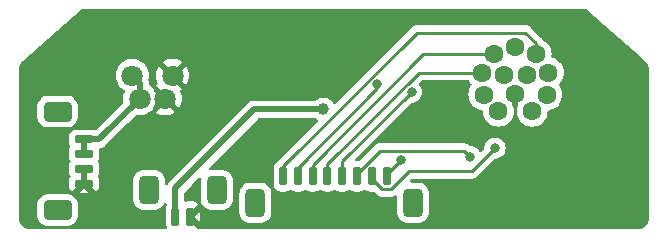
<source format=gbr>
%TF.GenerationSoftware,KiCad,Pcbnew,7.0.9*%
%TF.CreationDate,2024-04-07T02:27:09-04:00*%
%TF.ProjectId,rearbox_peripheral_io_bottom,72656172-626f-4785-9f70-657269706865,rev?*%
%TF.SameCoordinates,Original*%
%TF.FileFunction,Copper,L1,Top*%
%TF.FilePolarity,Positive*%
%FSLAX46Y46*%
G04 Gerber Fmt 4.6, Leading zero omitted, Abs format (unit mm)*
G04 Created by KiCad (PCBNEW 7.0.9) date 2024-04-07 02:27:09*
%MOMM*%
%LPD*%
G01*
G04 APERTURE LIST*
G04 Aperture macros list*
%AMRoundRect*
0 Rectangle with rounded corners*
0 $1 Rounding radius*
0 $2 $3 $4 $5 $6 $7 $8 $9 X,Y pos of 4 corners*
0 Add a 4 corners polygon primitive as box body*
4,1,4,$2,$3,$4,$5,$6,$7,$8,$9,$2,$3,0*
0 Add four circle primitives for the rounded corners*
1,1,$1+$1,$2,$3*
1,1,$1+$1,$4,$5*
1,1,$1+$1,$6,$7*
1,1,$1+$1,$8,$9*
0 Add four rect primitives between the rounded corners*
20,1,$1+$1,$2,$3,$4,$5,0*
20,1,$1+$1,$4,$5,$6,$7,0*
20,1,$1+$1,$6,$7,$8,$9,0*
20,1,$1+$1,$8,$9,$2,$3,0*%
G04 Aperture macros list end*
%TA.AperFunction,SMDPad,CuDef*%
%ADD10RoundRect,0.425000X-0.425000X-0.775000X0.425000X-0.775000X0.425000X0.775000X-0.425000X0.775000X0*%
%TD*%
%TA.AperFunction,SMDPad,CuDef*%
%ADD11RoundRect,0.150000X-0.150000X-0.650000X0.150000X-0.650000X0.150000X0.650000X-0.150000X0.650000X0*%
%TD*%
%TA.AperFunction,SMDPad,CuDef*%
%ADD12RoundRect,0.425000X0.775000X-0.425000X0.775000X0.425000X-0.775000X0.425000X-0.775000X-0.425000X0*%
%TD*%
%TA.AperFunction,SMDPad,CuDef*%
%ADD13RoundRect,0.150000X0.650000X-0.150000X0.650000X0.150000X-0.650000X0.150000X-0.650000X-0.150000X0*%
%TD*%
%TA.AperFunction,ComponentPad*%
%ADD14C,1.600000*%
%TD*%
%TA.AperFunction,SMDPad,CuDef*%
%ADD15RoundRect,0.425000X0.425000X0.775000X-0.425000X0.775000X-0.425000X-0.775000X0.425000X-0.775000X0*%
%TD*%
%TA.AperFunction,SMDPad,CuDef*%
%ADD16RoundRect,0.150000X0.150000X0.650000X-0.150000X0.650000X-0.150000X-0.650000X0.150000X-0.650000X0*%
%TD*%
%TA.AperFunction,ComponentPad*%
%ADD17C,1.800000*%
%TD*%
%TA.AperFunction,ViaPad*%
%ADD18C,0.800000*%
%TD*%
%TA.AperFunction,ViaPad*%
%ADD19C,1.000000*%
%TD*%
%TA.AperFunction,Conductor*%
%ADD20C,0.250000*%
%TD*%
%TA.AperFunction,Conductor*%
%ADD21C,0.500000*%
%TD*%
G04 APERTURE END LIST*
D10*
%TO.P,J2,*%
%TO.N,*%
X61424500Y-77694500D03*
X67174500Y-77694500D03*
D11*
%TO.P,J2,1,1*%
%TO.N,GND*%
X64924500Y-79944500D03*
%TO.P,J2,2,2*%
%TO.N,Net-(J1-Pad9)*%
X63674500Y-79944500D03*
%TD*%
D12*
%TO.P,J4,*%
%TO.N,*%
X53691500Y-79398500D03*
X53691500Y-71048500D03*
D13*
%TO.P,J4,1,Pin_1*%
%TO.N,Net-(J3-Pin_1)*%
X55941500Y-73398500D03*
%TO.P,J4,2,Pin_2*%
X55941500Y-74648500D03*
%TO.P,J4,3,Pin_3*%
%TO.N,GND*%
X55941500Y-75898500D03*
%TO.P,J4,4,Pin_4*%
X55941500Y-77148500D03*
%TD*%
D14*
%TO.P,J1,1,1*%
%TO.N,/Red*%
X91020130Y-71024150D03*
%TO.P,J1,2,2*%
%TO.N,Net-(Input1-Pad7)*%
X93876198Y-71024109D03*
%TO.P,J1,3,3*%
%TO.N,Net-(Input1-Pad6)*%
X95120143Y-69627500D03*
%TO.P,J1,4,4*%
%TO.N,Net-(Input1-Pad2)*%
X95252692Y-67761762D03*
%TO.P,J1,5,5*%
%TO.N,/Bl*%
X94218525Y-66203148D03*
%TO.P,J1,6,6*%
%TO.N,Net-(Input1-Pad5)*%
X92448158Y-65600214D03*
%TO.P,J1,7,7*%
%TO.N,Net-(Input1-Pad3)*%
X90677790Y-66203148D03*
%TO.P,J1,8,8*%
%TO.N,Net-(Input1-Pad4)*%
X89643624Y-67761762D03*
%TO.P,J1,9,9*%
%TO.N,Net-(J1-Pad9)*%
X89776172Y-69627500D03*
%TO.P,J1,10,10*%
%TO.N,GND*%
X92448158Y-69600116D03*
%TO.P,J1,11,11*%
%TO.N,unconnected-(J1-Pad11)*%
X93400785Y-67950119D03*
%TO.P,J1,12,12*%
%TO.N,unconnected-(J1-Pad12)*%
X91495530Y-67950119D03*
%TD*%
D15*
%TO.P,Input1,*%
%TO.N,*%
X83798500Y-78769500D03*
X70448500Y-78769500D03*
D16*
%TO.P,Input1,1,1*%
%TO.N,/Bl*%
X72798500Y-76519500D03*
%TO.P,Input1,2,2*%
%TO.N,Net-(Input1-Pad2)*%
X74048500Y-76519500D03*
%TO.P,Input1,3,3*%
%TO.N,Net-(Input1-Pad3)*%
X75298500Y-76519500D03*
%TO.P,Input1,4,4*%
%TO.N,Net-(Input1-Pad4)*%
X76548500Y-76519500D03*
%TO.P,Input1,5,5*%
%TO.N,Net-(Input1-Pad5)*%
X77798500Y-76519500D03*
%TO.P,Input1,6,6*%
%TO.N,Net-(Input1-Pad6)*%
X79048500Y-76519500D03*
%TO.P,Input1,7,7*%
%TO.N,Net-(Input1-Pad7)*%
X80298500Y-76519500D03*
%TO.P,Input1,8,8*%
%TO.N,/Red*%
X81548500Y-76519500D03*
%TD*%
D17*
%TO.P,J3,1,Pin_1*%
%TO.N,Net-(J3-Pin_1)*%
X60031395Y-67999322D03*
%TO.P,J3,2,Pin_2*%
X60656489Y-69949321D03*
%TO.P,J3,3,Pin_3*%
%TO.N,GND*%
X63431439Y-67999322D03*
%TO.P,J3,4,Pin_4*%
X62806416Y-69949321D03*
%TD*%
D18*
%TO.N,Net-(Input1-Pad2)*%
X80746247Y-68757447D03*
%TO.N,Net-(Input1-Pad5)*%
X83667600Y-69392800D03*
%TO.N,Net-(Input1-Pad6)*%
X88646000Y-74879200D03*
%TO.N,Net-(Input1-Pad7)*%
X90728800Y-74154700D03*
%TO.N,/Red*%
X82753200Y-75133200D03*
D19*
%TO.N,Net-(J1-Pad9)*%
X76200000Y-70866000D03*
%TD*%
D20*
%TO.N,/Bl*%
X72798500Y-75680595D02*
X84115495Y-64363600D01*
X94218525Y-65269202D02*
X94218525Y-66203148D01*
X84115495Y-64363600D02*
X93312923Y-64363600D01*
X72798500Y-76519500D02*
X72798500Y-75680595D01*
X93312923Y-64363600D02*
X94218525Y-65269202D01*
%TO.N,Net-(Input1-Pad2)*%
X80746247Y-69094453D02*
X74048500Y-75792200D01*
X74048500Y-75792200D02*
X74048500Y-76519500D01*
X80746247Y-68757447D02*
X80746247Y-69094453D01*
%TO.N,Net-(Input1-Pad3)*%
X75298500Y-75566799D02*
X84662151Y-66203148D01*
X84662151Y-66203148D02*
X90677790Y-66203148D01*
X75298500Y-76519500D02*
X75298500Y-75566799D01*
%TO.N,Net-(Input1-Pad4)*%
X84273333Y-67761762D02*
X89643624Y-67761762D01*
X76548500Y-76519500D02*
X76548500Y-75486595D01*
X76548500Y-75486595D02*
X84273333Y-67761762D01*
%TO.N,Net-(Input1-Pad5)*%
X77798500Y-75261900D02*
X77798500Y-76519500D01*
X83667600Y-69392800D02*
X77798500Y-75261900D01*
%TO.N,Net-(Input1-Pad6)*%
X88138000Y-74371200D02*
X88646000Y-74879200D01*
X79048500Y-76297749D02*
X80975049Y-74371200D01*
X80975049Y-74371200D02*
X88138000Y-74371200D01*
%TO.N,Net-(Input1-Pad7)*%
X90728800Y-74154700D02*
X88785100Y-76098400D01*
X88785100Y-76098400D02*
X83441351Y-76098400D01*
X81895251Y-77644500D02*
X81201749Y-77644500D01*
X83441351Y-76098400D02*
X81895251Y-77644500D01*
X81201749Y-77644500D02*
X80298500Y-76741251D01*
%TO.N,/Red*%
X81548500Y-76337900D02*
X82753200Y-75133200D01*
D21*
%TO.N,Net-(J1-Pad9)*%
X63674500Y-77549500D02*
X70358000Y-70866000D01*
X63674500Y-79944500D02*
X63674500Y-77549500D01*
X70358000Y-70866000D02*
X76200000Y-70866000D01*
%TO.N,GND*%
X55941500Y-77148500D02*
X55941500Y-75898500D01*
%TO.N,Net-(J3-Pin_1)*%
X57207310Y-73398500D02*
X60656489Y-69949321D01*
X60656489Y-68624416D02*
X60031395Y-67999322D01*
X60656489Y-69949321D02*
X60656489Y-68624416D01*
X55941500Y-74648500D02*
X55941500Y-73398500D01*
X55941500Y-73398500D02*
X57207310Y-73398500D01*
%TD*%
%TA.AperFunction,Conductor*%
%TO.N,GND*%
G36*
X98373163Y-62370461D02*
G01*
X98440185Y-62390199D01*
X98454868Y-62401274D01*
X99994560Y-63752934D01*
X103163671Y-66535023D01*
X103415216Y-66755848D01*
X103418963Y-66759426D01*
X103433460Y-66774473D01*
X103540668Y-66890578D01*
X103552161Y-66905057D01*
X103586336Y-66955403D01*
X103588455Y-66958750D01*
X103648182Y-67060110D01*
X103651227Y-67065971D01*
X103680522Y-67130532D01*
X103682924Y-67136674D01*
X103682949Y-67136748D01*
X103719875Y-67248384D01*
X103720998Y-67252183D01*
X103736387Y-67311080D01*
X103739712Y-67329252D01*
X103756425Y-67485674D01*
X103758275Y-67507341D01*
X103758500Y-67512617D01*
X103758500Y-80023289D01*
X103758264Y-80028697D01*
X103754523Y-80071445D01*
X103742082Y-80197760D01*
X103738454Y-80217699D01*
X103720601Y-80284330D01*
X103692318Y-80377563D01*
X103686040Y-80393971D01*
X103654614Y-80461367D01*
X103653101Y-80464393D01*
X103608236Y-80548327D01*
X103604341Y-80554667D01*
X103558015Y-80620828D01*
X103555154Y-80624600D01*
X103495895Y-80696808D01*
X103491806Y-80701320D01*
X103434320Y-80758806D01*
X103429808Y-80762895D01*
X103357600Y-80822154D01*
X103353828Y-80825015D01*
X103287667Y-80871341D01*
X103281327Y-80875236D01*
X103197393Y-80920101D01*
X103194367Y-80921614D01*
X103126971Y-80953040D01*
X103110563Y-80959318D01*
X103017330Y-80987601D01*
X102950699Y-81005454D01*
X102930760Y-81009082D01*
X102804445Y-81021523D01*
X102763789Y-81025080D01*
X102761696Y-81025264D01*
X102756290Y-81025500D01*
X65703309Y-81025500D01*
X65636270Y-81005815D01*
X65615628Y-80989181D01*
X64658628Y-80032181D01*
X64625143Y-79970858D01*
X64627028Y-79944500D01*
X65278053Y-79944500D01*
X65724499Y-80390947D01*
X65724500Y-80390946D01*
X65724500Y-79609280D01*
X69098000Y-79609280D01*
X69104358Y-79690074D01*
X69104358Y-79690077D01*
X69104359Y-79690078D01*
X69154712Y-79877996D01*
X69243035Y-80051340D01*
X69365468Y-80202532D01*
X69516660Y-80324965D01*
X69690004Y-80413288D01*
X69877922Y-80463641D01*
X69926402Y-80467456D01*
X69958720Y-80470000D01*
X69958722Y-80470000D01*
X70938280Y-80470000D01*
X70965211Y-80467880D01*
X71019078Y-80463641D01*
X71206996Y-80413288D01*
X71380340Y-80324965D01*
X71531532Y-80202532D01*
X71653965Y-80051340D01*
X71742288Y-79877996D01*
X71792641Y-79690078D01*
X71799000Y-79609278D01*
X71799000Y-77929722D01*
X71792641Y-77848922D01*
X71742288Y-77661004D01*
X71653965Y-77487660D01*
X71531532Y-77336468D01*
X71380340Y-77214035D01*
X71206996Y-77125712D01*
X71019078Y-77075359D01*
X71019077Y-77075358D01*
X71019074Y-77075358D01*
X70938280Y-77069000D01*
X70938278Y-77069000D01*
X69958722Y-77069000D01*
X69958720Y-77069000D01*
X69877925Y-77075358D01*
X69690004Y-77125712D01*
X69516661Y-77214034D01*
X69365468Y-77336468D01*
X69243034Y-77487661D01*
X69154712Y-77661004D01*
X69104358Y-77848925D01*
X69098000Y-77929720D01*
X69098000Y-79609280D01*
X65724500Y-79609280D01*
X65724500Y-79498053D01*
X65724499Y-79498052D01*
X65278053Y-79944499D01*
X65278053Y-79944500D01*
X64627028Y-79944500D01*
X64630127Y-79901166D01*
X64658628Y-79856819D01*
X64924500Y-79590947D01*
X65603449Y-78911996D01*
X65592181Y-78892942D01*
X65592176Y-78892936D01*
X65476061Y-78776821D01*
X65476052Y-78776814D01*
X65334696Y-78693217D01*
X65334693Y-78693216D01*
X65176995Y-78647400D01*
X65176989Y-78647399D01*
X65140144Y-78644500D01*
X64708856Y-78644500D01*
X64672010Y-78647399D01*
X64672004Y-78647400D01*
X64583595Y-78673086D01*
X64513725Y-78672887D01*
X64455055Y-78634945D01*
X64426212Y-78571306D01*
X64425000Y-78554010D01*
X64425000Y-77911729D01*
X64444685Y-77844690D01*
X64461319Y-77824048D01*
X65038268Y-77247099D01*
X65620542Y-76664824D01*
X65681863Y-76631341D01*
X65751555Y-76636325D01*
X65807488Y-76678197D01*
X65831905Y-76743661D01*
X65830690Y-76768245D01*
X65830805Y-76768255D01*
X65830496Y-76772174D01*
X65830431Y-76773501D01*
X65830359Y-76773918D01*
X65824000Y-76854720D01*
X65824000Y-78534280D01*
X65830358Y-78615074D01*
X65830358Y-78615077D01*
X65830359Y-78615078D01*
X65880712Y-78802996D01*
X65969035Y-78976340D01*
X66091468Y-79127532D01*
X66242660Y-79249965D01*
X66416004Y-79338288D01*
X66603922Y-79388641D01*
X66652402Y-79392456D01*
X66684720Y-79395000D01*
X66684722Y-79395000D01*
X67664280Y-79395000D01*
X67691211Y-79392880D01*
X67745078Y-79388641D01*
X67932996Y-79338288D01*
X68106340Y-79249965D01*
X68257532Y-79127532D01*
X68379965Y-78976340D01*
X68468288Y-78802996D01*
X68518641Y-78615078D01*
X68525000Y-78534278D01*
X68525000Y-76854722D01*
X68518641Y-76773922D01*
X68468288Y-76586004D01*
X68379965Y-76412660D01*
X68257532Y-76261468D01*
X68106340Y-76139035D01*
X67932996Y-76050712D01*
X67745078Y-76000359D01*
X67745077Y-76000358D01*
X67745074Y-76000358D01*
X67664280Y-75994000D01*
X67664278Y-75994000D01*
X66684722Y-75994000D01*
X66684720Y-75994000D01*
X66603918Y-76000359D01*
X66603501Y-76000431D01*
X66603301Y-76000407D01*
X66598255Y-76000805D01*
X66598176Y-75999813D01*
X66534097Y-75992381D01*
X66480062Y-75948086D01*
X66458553Y-75881609D01*
X66476399Y-75814057D01*
X66494822Y-75790544D01*
X70632548Y-71652819D01*
X70693871Y-71619334D01*
X70720229Y-71616500D01*
X75493022Y-71616500D01*
X75560061Y-71636185D01*
X75571687Y-71644647D01*
X75641462Y-71701910D01*
X75657664Y-71710570D01*
X75707508Y-71759531D01*
X75722970Y-71827668D01*
X75699140Y-71893348D01*
X75686893Y-71907610D01*
X72414708Y-75179794D01*
X72402451Y-75189615D01*
X72402634Y-75189836D01*
X72396623Y-75194808D01*
X72349272Y-75245231D01*
X72328389Y-75266114D01*
X72328377Y-75266127D01*
X72324121Y-75271612D01*
X72320337Y-75276042D01*
X72288437Y-75310013D01*
X72283852Y-75316325D01*
X72281729Y-75314783D01*
X72251935Y-75345520D01*
X72252801Y-75346637D01*
X72246634Y-75351420D01*
X72130420Y-75467633D01*
X72130417Y-75467637D01*
X72046755Y-75609103D01*
X72046754Y-75609106D01*
X72000902Y-75766926D01*
X72000901Y-75766932D01*
X71998000Y-75803804D01*
X71998000Y-77235196D01*
X72000901Y-77272067D01*
X72000902Y-77272073D01*
X72046754Y-77429893D01*
X72046755Y-77429896D01*
X72130417Y-77571362D01*
X72130423Y-77571370D01*
X72246629Y-77687576D01*
X72246633Y-77687579D01*
X72246635Y-77687581D01*
X72388102Y-77771244D01*
X72429724Y-77783336D01*
X72545926Y-77817097D01*
X72545929Y-77817097D01*
X72545931Y-77817098D01*
X72558222Y-77818065D01*
X72582804Y-77820000D01*
X72582806Y-77820000D01*
X73014196Y-77820000D01*
X73032631Y-77818549D01*
X73051069Y-77817098D01*
X73051071Y-77817097D01*
X73051073Y-77817097D01*
X73092691Y-77805005D01*
X73208898Y-77771244D01*
X73333548Y-77697526D01*
X73357080Y-77683610D01*
X73358247Y-77685583D01*
X73412535Y-77664269D01*
X73481053Y-77677948D01*
X73489904Y-77683636D01*
X73489920Y-77683610D01*
X73530534Y-77707628D01*
X73638102Y-77771244D01*
X73679724Y-77783336D01*
X73795926Y-77817097D01*
X73795929Y-77817097D01*
X73795931Y-77817098D01*
X73808222Y-77818065D01*
X73832804Y-77820000D01*
X73832806Y-77820000D01*
X74264196Y-77820000D01*
X74282631Y-77818549D01*
X74301069Y-77817098D01*
X74301071Y-77817097D01*
X74301073Y-77817097D01*
X74342691Y-77805005D01*
X74458898Y-77771244D01*
X74583548Y-77697526D01*
X74607080Y-77683610D01*
X74608247Y-77685583D01*
X74662535Y-77664269D01*
X74731053Y-77677948D01*
X74739904Y-77683636D01*
X74739920Y-77683610D01*
X74780534Y-77707628D01*
X74888102Y-77771244D01*
X74929724Y-77783336D01*
X75045926Y-77817097D01*
X75045929Y-77817097D01*
X75045931Y-77817098D01*
X75058222Y-77818065D01*
X75082804Y-77820000D01*
X75082806Y-77820000D01*
X75514196Y-77820000D01*
X75532631Y-77818549D01*
X75551069Y-77817098D01*
X75551071Y-77817097D01*
X75551073Y-77817097D01*
X75592691Y-77805005D01*
X75708898Y-77771244D01*
X75833548Y-77697526D01*
X75857080Y-77683610D01*
X75858247Y-77685583D01*
X75912535Y-77664269D01*
X75981053Y-77677948D01*
X75989904Y-77683636D01*
X75989920Y-77683610D01*
X76030534Y-77707628D01*
X76138102Y-77771244D01*
X76179724Y-77783336D01*
X76295926Y-77817097D01*
X76295929Y-77817097D01*
X76295931Y-77817098D01*
X76308222Y-77818065D01*
X76332804Y-77820000D01*
X76332806Y-77820000D01*
X76764196Y-77820000D01*
X76782631Y-77818549D01*
X76801069Y-77817098D01*
X76801071Y-77817097D01*
X76801073Y-77817097D01*
X76842691Y-77805005D01*
X76958898Y-77771244D01*
X77083548Y-77697526D01*
X77107080Y-77683610D01*
X77108247Y-77685583D01*
X77162535Y-77664269D01*
X77231053Y-77677948D01*
X77239904Y-77683636D01*
X77239920Y-77683610D01*
X77280534Y-77707628D01*
X77388102Y-77771244D01*
X77429724Y-77783336D01*
X77545926Y-77817097D01*
X77545929Y-77817097D01*
X77545931Y-77817098D01*
X77558222Y-77818065D01*
X77582804Y-77820000D01*
X77582806Y-77820000D01*
X78014196Y-77820000D01*
X78032631Y-77818549D01*
X78051069Y-77817098D01*
X78051071Y-77817097D01*
X78051073Y-77817097D01*
X78092691Y-77805005D01*
X78208898Y-77771244D01*
X78333548Y-77697526D01*
X78357080Y-77683610D01*
X78358247Y-77685583D01*
X78412535Y-77664269D01*
X78481053Y-77677948D01*
X78489904Y-77683636D01*
X78489920Y-77683610D01*
X78530534Y-77707628D01*
X78638102Y-77771244D01*
X78679724Y-77783336D01*
X78795926Y-77817097D01*
X78795929Y-77817097D01*
X78795931Y-77817098D01*
X78808222Y-77818065D01*
X78832804Y-77820000D01*
X78832806Y-77820000D01*
X79264196Y-77820000D01*
X79282631Y-77818549D01*
X79301069Y-77817098D01*
X79301071Y-77817097D01*
X79301073Y-77817097D01*
X79342691Y-77805005D01*
X79458898Y-77771244D01*
X79583548Y-77697526D01*
X79607080Y-77683610D01*
X79608247Y-77685583D01*
X79662535Y-77664269D01*
X79731053Y-77677948D01*
X79739904Y-77683636D01*
X79739920Y-77683610D01*
X79780534Y-77707628D01*
X79888102Y-77771244D01*
X79929724Y-77783336D01*
X80045926Y-77817097D01*
X80045929Y-77817097D01*
X80045931Y-77817098D01*
X80058222Y-77818065D01*
X80082804Y-77820000D01*
X80082806Y-77820000D01*
X80441296Y-77820000D01*
X80508335Y-77839685D01*
X80528977Y-77856319D01*
X80700946Y-78028288D01*
X80710771Y-78040551D01*
X80710992Y-78040369D01*
X80715963Y-78046378D01*
X80736792Y-78065937D01*
X80766384Y-78093726D01*
X80787278Y-78114620D01*
X80792760Y-78118873D01*
X80797192Y-78122657D01*
X80831167Y-78154562D01*
X80848725Y-78164214D01*
X80864982Y-78174893D01*
X80880813Y-78187173D01*
X80900486Y-78195686D01*
X80923582Y-78205682D01*
X80928826Y-78208250D01*
X80969657Y-78230697D01*
X80982272Y-78233935D01*
X80989054Y-78235677D01*
X81007468Y-78241981D01*
X81025853Y-78249938D01*
X81071906Y-78257232D01*
X81077575Y-78258406D01*
X81122730Y-78270000D01*
X81142765Y-78270000D01*
X81162162Y-78271526D01*
X81181945Y-78274660D01*
X81228333Y-78270275D01*
X81234171Y-78270000D01*
X81812508Y-78270000D01*
X81828128Y-78271724D01*
X81828155Y-78271439D01*
X81835911Y-78272171D01*
X81835918Y-78272173D01*
X81905065Y-78270000D01*
X81934601Y-78270000D01*
X81941479Y-78269130D01*
X81947292Y-78268672D01*
X81993878Y-78267209D01*
X82013120Y-78261617D01*
X82032163Y-78257674D01*
X82052043Y-78255164D01*
X82095373Y-78238007D01*
X82100897Y-78236117D01*
X82104647Y-78235027D01*
X82145641Y-78223118D01*
X82162880Y-78212922D01*
X82180354Y-78204362D01*
X82198978Y-78196988D01*
X82198978Y-78196987D01*
X82198983Y-78196986D01*
X82236700Y-78169582D01*
X82241551Y-78166396D01*
X82260884Y-78154962D01*
X82328609Y-78137784D01*
X82394870Y-78159946D01*
X82438631Y-78214414D01*
X82448000Y-78261698D01*
X82448000Y-79609280D01*
X82454358Y-79690074D01*
X82454358Y-79690077D01*
X82454359Y-79690078D01*
X82504712Y-79877996D01*
X82593035Y-80051340D01*
X82715468Y-80202532D01*
X82866660Y-80324965D01*
X83040004Y-80413288D01*
X83227922Y-80463641D01*
X83276402Y-80467456D01*
X83308720Y-80470000D01*
X83308722Y-80470000D01*
X84288280Y-80470000D01*
X84315211Y-80467880D01*
X84369078Y-80463641D01*
X84556996Y-80413288D01*
X84730340Y-80324965D01*
X84881532Y-80202532D01*
X85003965Y-80051340D01*
X85092288Y-79877996D01*
X85142641Y-79690078D01*
X85149000Y-79609278D01*
X85149000Y-77929722D01*
X85142641Y-77848922D01*
X85092288Y-77661004D01*
X85003965Y-77487660D01*
X84881532Y-77336468D01*
X84730340Y-77214035D01*
X84556996Y-77125712D01*
X84369078Y-77075359D01*
X84369077Y-77075358D01*
X84369074Y-77075358D01*
X84288280Y-77069000D01*
X84288278Y-77069000D01*
X83654703Y-77069000D01*
X83587664Y-77049315D01*
X83541909Y-76996511D01*
X83531965Y-76927353D01*
X83560990Y-76863797D01*
X83567022Y-76857319D01*
X83664122Y-76760219D01*
X83725445Y-76726734D01*
X83751803Y-76723900D01*
X88702357Y-76723900D01*
X88717977Y-76725624D01*
X88718004Y-76725339D01*
X88725760Y-76726071D01*
X88725767Y-76726073D01*
X88794914Y-76723900D01*
X88824450Y-76723900D01*
X88831328Y-76723030D01*
X88837141Y-76722572D01*
X88883727Y-76721109D01*
X88902969Y-76715517D01*
X88922012Y-76711574D01*
X88941892Y-76709064D01*
X88985222Y-76691907D01*
X88990746Y-76690017D01*
X88994496Y-76688927D01*
X89035490Y-76677018D01*
X89052729Y-76666822D01*
X89070203Y-76658262D01*
X89088827Y-76650888D01*
X89088827Y-76650887D01*
X89088832Y-76650886D01*
X89126549Y-76623482D01*
X89131405Y-76620292D01*
X89171520Y-76596570D01*
X89185689Y-76582399D01*
X89200479Y-76569768D01*
X89216687Y-76557994D01*
X89246399Y-76522076D01*
X89250312Y-76517776D01*
X90676572Y-75091519D01*
X90737895Y-75058034D01*
X90764253Y-75055200D01*
X90823444Y-75055200D01*
X90823446Y-75055200D01*
X91008603Y-75015844D01*
X91181530Y-74938851D01*
X91334671Y-74827588D01*
X91461333Y-74686916D01*
X91555979Y-74522984D01*
X91614474Y-74342956D01*
X91634260Y-74154700D01*
X91614474Y-73966444D01*
X91555979Y-73786416D01*
X91461333Y-73622484D01*
X91334671Y-73481812D01*
X91334670Y-73481811D01*
X91181534Y-73370551D01*
X91181529Y-73370548D01*
X91008607Y-73293557D01*
X91008602Y-73293555D01*
X90862801Y-73262565D01*
X90823446Y-73254200D01*
X90634154Y-73254200D01*
X90601697Y-73261098D01*
X90448997Y-73293555D01*
X90448992Y-73293557D01*
X90276070Y-73370548D01*
X90276065Y-73370551D01*
X90122929Y-73481811D01*
X89996266Y-73622485D01*
X89901621Y-73786415D01*
X89901618Y-73786422D01*
X89845790Y-73958245D01*
X89843126Y-73966444D01*
X89829609Y-74095051D01*
X89825479Y-74134350D01*
X89798894Y-74198964D01*
X89789839Y-74209069D01*
X89592869Y-74406039D01*
X89531546Y-74439524D01*
X89461854Y-74434540D01*
X89405921Y-74392668D01*
X89397800Y-74380356D01*
X89378534Y-74346985D01*
X89315202Y-74276648D01*
X89251871Y-74206312D01*
X89251870Y-74206311D01*
X89098734Y-74095051D01*
X89098729Y-74095048D01*
X88925807Y-74018057D01*
X88925802Y-74018055D01*
X88778420Y-73986729D01*
X88740646Y-73978700D01*
X88740645Y-73978700D01*
X88682867Y-73978700D01*
X88615828Y-73959015D01*
X88597984Y-73945093D01*
X88597798Y-73944918D01*
X88573364Y-73921973D01*
X88562919Y-73911528D01*
X88552475Y-73901083D01*
X88546986Y-73896825D01*
X88542561Y-73893047D01*
X88508582Y-73861138D01*
X88508580Y-73861136D01*
X88508577Y-73861135D01*
X88491029Y-73851488D01*
X88474763Y-73840804D01*
X88458933Y-73828525D01*
X88416168Y-73810018D01*
X88410922Y-73807448D01*
X88370093Y-73785003D01*
X88370092Y-73785002D01*
X88350693Y-73780022D01*
X88332281Y-73773718D01*
X88313898Y-73765762D01*
X88313892Y-73765760D01*
X88267874Y-73758472D01*
X88262152Y-73757287D01*
X88217021Y-73745700D01*
X88217019Y-73745700D01*
X88196984Y-73745700D01*
X88177586Y-73744173D01*
X88170162Y-73742997D01*
X88157805Y-73741040D01*
X88157804Y-73741040D01*
X88111416Y-73745425D01*
X88105578Y-73745700D01*
X81057792Y-73745700D01*
X81042171Y-73743975D01*
X81042144Y-73744261D01*
X81034382Y-73743526D01*
X80965221Y-73745700D01*
X80935698Y-73745700D01*
X80928827Y-73746567D01*
X80923008Y-73747025D01*
X80876423Y-73748489D01*
X80876417Y-73748490D01*
X80857175Y-73754080D01*
X80838136Y-73758023D01*
X80818266Y-73760534D01*
X80818252Y-73760537D01*
X80774932Y-73777688D01*
X80769407Y-73779580D01*
X80724662Y-73792580D01*
X80724659Y-73792581D01*
X80707415Y-73802779D01*
X80689954Y-73811333D01*
X80671323Y-73818710D01*
X80671311Y-73818717D01*
X80633619Y-73846102D01*
X80628736Y-73849309D01*
X80588629Y-73873029D01*
X80574463Y-73887195D01*
X80559673Y-73899827D01*
X80543463Y-73911604D01*
X80543460Y-73911607D01*
X80513759Y-73947509D01*
X80509826Y-73951831D01*
X79278977Y-75182681D01*
X79217654Y-75216166D01*
X79191296Y-75219000D01*
X79025351Y-75219000D01*
X78958312Y-75199315D01*
X78912557Y-75146511D01*
X78902613Y-75077353D01*
X78931638Y-75013797D01*
X78937670Y-75007319D01*
X79953777Y-73991213D01*
X83615372Y-70329619D01*
X83676695Y-70296134D01*
X83703053Y-70293300D01*
X83762244Y-70293300D01*
X83762246Y-70293300D01*
X83947403Y-70253944D01*
X84120330Y-70176951D01*
X84273471Y-70065688D01*
X84400133Y-69925016D01*
X84494779Y-69761084D01*
X84553274Y-69581056D01*
X84573060Y-69392800D01*
X84553274Y-69204544D01*
X84494779Y-69024516D01*
X84400133Y-68860584D01*
X84317289Y-68768577D01*
X84287060Y-68705587D01*
X84295685Y-68636252D01*
X84321759Y-68597925D01*
X84396264Y-68523421D01*
X84496104Y-68423581D01*
X84557427Y-68390096D01*
X84583785Y-68387262D01*
X88429436Y-68387262D01*
X88496475Y-68406947D01*
X88531011Y-68440139D01*
X88643575Y-68600899D01*
X88643576Y-68600900D01*
X88643577Y-68600901D01*
X88725167Y-68682491D01*
X88758651Y-68743812D01*
X88753667Y-68813504D01*
X88739061Y-68841293D01*
X88645603Y-68974767D01*
X88549433Y-69181002D01*
X88549430Y-69181011D01*
X88490538Y-69400802D01*
X88490536Y-69400813D01*
X88470704Y-69627498D01*
X88470704Y-69627501D01*
X88490536Y-69854186D01*
X88490538Y-69854197D01*
X88549430Y-70073988D01*
X88549433Y-70073997D01*
X88645603Y-70280232D01*
X88645604Y-70280234D01*
X88776126Y-70466641D01*
X88937030Y-70627545D01*
X88937033Y-70627547D01*
X89123438Y-70758068D01*
X89329676Y-70854239D01*
X89549480Y-70913135D01*
X89602495Y-70917773D01*
X89667564Y-70943225D01*
X89708543Y-70999816D01*
X89715216Y-71030493D01*
X89734494Y-71250837D01*
X89734496Y-71250847D01*
X89793388Y-71470638D01*
X89793391Y-71470647D01*
X89889561Y-71676882D01*
X89889562Y-71676884D01*
X90020084Y-71863291D01*
X90180988Y-72024195D01*
X90180991Y-72024197D01*
X90367396Y-72154718D01*
X90573634Y-72250889D01*
X90573639Y-72250890D01*
X90573641Y-72250891D01*
X90626545Y-72265066D01*
X90793438Y-72309785D01*
X90955360Y-72323951D01*
X91020128Y-72329618D01*
X91020130Y-72329618D01*
X91020132Y-72329618D01*
X91076803Y-72324659D01*
X91246822Y-72309785D01*
X91466626Y-72250889D01*
X91672864Y-72154718D01*
X91859269Y-72024197D01*
X92020177Y-71863289D01*
X92150698Y-71676884D01*
X92246869Y-71470646D01*
X92305765Y-71250842D01*
X92324637Y-71035123D01*
X92327348Y-71028194D01*
X92326593Y-71026757D01*
X92324634Y-71013132D01*
X92310733Y-70854241D01*
X92305765Y-70797458D01*
X92246869Y-70577654D01*
X92238040Y-70558720D01*
X92209776Y-70498106D01*
X92198158Y-70445702D01*
X92198158Y-70216520D01*
X92287844Y-70250534D01*
X92407935Y-70265116D01*
X92488381Y-70265116D01*
X92608472Y-70250534D01*
X92698158Y-70216520D01*
X92698158Y-70445687D01*
X92686540Y-70498091D01*
X92649461Y-70577606D01*
X92649456Y-70577620D01*
X92590564Y-70797411D01*
X92590562Y-70797421D01*
X92571690Y-71013133D01*
X92568978Y-71020063D01*
X92569734Y-71021500D01*
X92571693Y-71035125D01*
X92590562Y-71250796D01*
X92590564Y-71250806D01*
X92649456Y-71470597D01*
X92649459Y-71470606D01*
X92745629Y-71676841D01*
X92745630Y-71676843D01*
X92876152Y-71863250D01*
X93037056Y-72024154D01*
X93083891Y-72056948D01*
X93223464Y-72154677D01*
X93429702Y-72250848D01*
X93649506Y-72309744D01*
X93811428Y-72323910D01*
X93876196Y-72329577D01*
X93876198Y-72329577D01*
X93876200Y-72329577D01*
X93932871Y-72324618D01*
X94102890Y-72309744D01*
X94322694Y-72250848D01*
X94528932Y-72154677D01*
X94715337Y-72024156D01*
X94876245Y-71863248D01*
X95006766Y-71676843D01*
X95102937Y-71470605D01*
X95161833Y-71250801D01*
X95181107Y-71030491D01*
X95206559Y-70965424D01*
X95263150Y-70924445D01*
X95293825Y-70917772D01*
X95346835Y-70913135D01*
X95566639Y-70854239D01*
X95772877Y-70758068D01*
X95959282Y-70627547D01*
X96120190Y-70466639D01*
X96250711Y-70280234D01*
X96346882Y-70073996D01*
X96405778Y-69854192D01*
X96425611Y-69627500D01*
X96405778Y-69400808D01*
X96354733Y-69210305D01*
X96346884Y-69181011D01*
X96346881Y-69181002D01*
X96344449Y-69175786D01*
X96250711Y-68974766D01*
X96157253Y-68841293D01*
X96134927Y-68775089D01*
X96151937Y-68707322D01*
X96171142Y-68682496D01*
X96252739Y-68600901D01*
X96383260Y-68414496D01*
X96479431Y-68208258D01*
X96538327Y-67988454D01*
X96558160Y-67761762D01*
X96538327Y-67535070D01*
X96479431Y-67315266D01*
X96383260Y-67109028D01*
X96282694Y-66965403D01*
X96252737Y-66922620D01*
X96091833Y-66761716D01*
X95905426Y-66631194D01*
X95905424Y-66631193D01*
X95699189Y-66535023D01*
X95699182Y-66535021D01*
X95600138Y-66508482D01*
X95540478Y-66472116D01*
X95509949Y-66409269D01*
X95508704Y-66377899D01*
X95523993Y-66203148D01*
X95523993Y-66203146D01*
X95504160Y-65976461D01*
X95504160Y-65976456D01*
X95445264Y-65756652D01*
X95349093Y-65550414D01*
X95218572Y-65364009D01*
X95218570Y-65364006D01*
X95057666Y-65203102D01*
X94954331Y-65130747D01*
X94871259Y-65072580D01*
X94871257Y-65072579D01*
X94847611Y-65061552D01*
X94795173Y-65015378D01*
X94793290Y-65012297D01*
X94791213Y-65008785D01*
X94786945Y-65001568D01*
X94778388Y-64984103D01*
X94771011Y-64965470D01*
X94743604Y-64927747D01*
X94740413Y-64922888D01*
X94716697Y-64882785D01*
X94716690Y-64882776D01*
X94702531Y-64868617D01*
X94689893Y-64853821D01*
X94678119Y-64837615D01*
X94642213Y-64807911D01*
X94637901Y-64803988D01*
X93813726Y-63979812D01*
X93803903Y-63967550D01*
X93803682Y-63967734D01*
X93798709Y-63961723D01*
X93780082Y-63944231D01*
X93748287Y-63914373D01*
X93737842Y-63903928D01*
X93727398Y-63893483D01*
X93721909Y-63889225D01*
X93717484Y-63885447D01*
X93683505Y-63853538D01*
X93683503Y-63853536D01*
X93683500Y-63853535D01*
X93665952Y-63843888D01*
X93649686Y-63833204D01*
X93633856Y-63820925D01*
X93591091Y-63802418D01*
X93585845Y-63799848D01*
X93545016Y-63777403D01*
X93545015Y-63777402D01*
X93525616Y-63772422D01*
X93507204Y-63766118D01*
X93488821Y-63758162D01*
X93488815Y-63758160D01*
X93442797Y-63750872D01*
X93437075Y-63749687D01*
X93391944Y-63738100D01*
X93391942Y-63738100D01*
X93371907Y-63738100D01*
X93352509Y-63736573D01*
X93345085Y-63735397D01*
X93332728Y-63733440D01*
X93332727Y-63733440D01*
X93286339Y-63737825D01*
X93280501Y-63738100D01*
X84198238Y-63738100D01*
X84182617Y-63736375D01*
X84182591Y-63736661D01*
X84174829Y-63735927D01*
X84174828Y-63735927D01*
X84105681Y-63738100D01*
X84076144Y-63738100D01*
X84069261Y-63738969D01*
X84063444Y-63739426D01*
X84016868Y-63740890D01*
X83997624Y-63746481D01*
X83978574Y-63750425D01*
X83958706Y-63752934D01*
X83915379Y-63770088D01*
X83909853Y-63771979D01*
X83865109Y-63784979D01*
X83865105Y-63784981D01*
X83847861Y-63795179D01*
X83830400Y-63803733D01*
X83811769Y-63811110D01*
X83811757Y-63811117D01*
X83774065Y-63838502D01*
X83769182Y-63841709D01*
X83729075Y-63865429D01*
X83714909Y-63879595D01*
X83700119Y-63892227D01*
X83683909Y-63904004D01*
X83683906Y-63904007D01*
X83654205Y-63939909D01*
X83650272Y-63944231D01*
X77241610Y-70352893D01*
X77180287Y-70386378D01*
X77110595Y-70381394D01*
X77054662Y-70339522D01*
X77044572Y-70323669D01*
X77035910Y-70307462D01*
X76942194Y-70193269D01*
X76910883Y-70155116D01*
X76758539Y-70030090D01*
X76758532Y-70030086D01*
X76584733Y-69937188D01*
X76584727Y-69937186D01*
X76396132Y-69879976D01*
X76396129Y-69879975D01*
X76200000Y-69860659D01*
X76003870Y-69879975D01*
X75815266Y-69937188D01*
X75641467Y-70030086D01*
X75641460Y-70030090D01*
X75571687Y-70087353D01*
X75507377Y-70114666D01*
X75493022Y-70115500D01*
X70421705Y-70115500D01*
X70403735Y-70114191D01*
X70379972Y-70110710D01*
X70334890Y-70114655D01*
X70327933Y-70115264D01*
X70322532Y-70115500D01*
X70314288Y-70115500D01*
X70281707Y-70119308D01*
X70205199Y-70126001D01*
X70198133Y-70127461D01*
X70198121Y-70127404D01*
X70190754Y-70129038D01*
X70190768Y-70129094D01*
X70183751Y-70130756D01*
X70111573Y-70157026D01*
X70038662Y-70181187D01*
X70032119Y-70184238D01*
X70032094Y-70184186D01*
X70025310Y-70187470D01*
X70025336Y-70187521D01*
X70018885Y-70190761D01*
X69954723Y-70232961D01*
X69889346Y-70273285D01*
X69883682Y-70277765D01*
X69883646Y-70277719D01*
X69877798Y-70282484D01*
X69877835Y-70282528D01*
X69872310Y-70287164D01*
X69872304Y-70287169D01*
X69872304Y-70287170D01*
X69866521Y-70293300D01*
X69819614Y-70343017D01*
X63188858Y-76973772D01*
X63175229Y-76985551D01*
X63155968Y-76999890D01*
X63122398Y-77039897D01*
X63118753Y-77043876D01*
X63112909Y-77049722D01*
X63092559Y-77075459D01*
X63043195Y-77134289D01*
X63039229Y-77140319D01*
X63039182Y-77140288D01*
X63035130Y-77146647D01*
X63035179Y-77146677D01*
X63031389Y-77152822D01*
X63011381Y-77195727D01*
X62965207Y-77248166D01*
X62898013Y-77267316D01*
X62831133Y-77247099D01*
X62785799Y-77193932D01*
X62775000Y-77143320D01*
X62775000Y-76854720D01*
X62768641Y-76773925D01*
X62768641Y-76773922D01*
X62718288Y-76586004D01*
X62629965Y-76412660D01*
X62507532Y-76261468D01*
X62356340Y-76139035D01*
X62182996Y-76050712D01*
X61995078Y-76000359D01*
X61995077Y-76000358D01*
X61995074Y-76000358D01*
X61914280Y-75994000D01*
X61914278Y-75994000D01*
X60934722Y-75994000D01*
X60934720Y-75994000D01*
X60853925Y-76000358D01*
X60666004Y-76050712D01*
X60492661Y-76139034D01*
X60341468Y-76261468D01*
X60219034Y-76412661D01*
X60130712Y-76586004D01*
X60080358Y-76773925D01*
X60074000Y-76854720D01*
X60074000Y-78534280D01*
X60080358Y-78615074D01*
X60080358Y-78615077D01*
X60080359Y-78615078D01*
X60130712Y-78802996D01*
X60219035Y-78976340D01*
X60341468Y-79127532D01*
X60492660Y-79249965D01*
X60666004Y-79338288D01*
X60853922Y-79388641D01*
X60902402Y-79392456D01*
X60934720Y-79395000D01*
X60934722Y-79395000D01*
X61914280Y-79395000D01*
X61941211Y-79392880D01*
X61995078Y-79388641D01*
X62182996Y-79338288D01*
X62356340Y-79249965D01*
X62507532Y-79127532D01*
X62629965Y-78976340D01*
X62689515Y-78859465D01*
X62737489Y-78808670D01*
X62805310Y-78791875D01*
X62871445Y-78814412D01*
X62914897Y-78869127D01*
X62924000Y-78915761D01*
X62924000Y-79012170D01*
X62919076Y-79046765D01*
X62876902Y-79191926D01*
X62876901Y-79191932D01*
X62874000Y-79228804D01*
X62874000Y-80660196D01*
X62876901Y-80697067D01*
X62876902Y-80697073D01*
X62924932Y-80862390D01*
X62922933Y-80862970D01*
X62930171Y-80921593D01*
X62899884Y-80984557D01*
X62840364Y-81021151D01*
X62807810Y-81025500D01*
X51421710Y-81025500D01*
X51416303Y-81025264D01*
X51414015Y-81025063D01*
X51373554Y-81021523D01*
X51247238Y-81009082D01*
X51227299Y-81005454D01*
X51160669Y-80987601D01*
X51067435Y-80959319D01*
X51051027Y-80953040D01*
X51002433Y-80930381D01*
X50983618Y-80921607D01*
X50980605Y-80920101D01*
X50896671Y-80875236D01*
X50890331Y-80871341D01*
X50824170Y-80825015D01*
X50820398Y-80822154D01*
X50748190Y-80762895D01*
X50743688Y-80758815D01*
X50686182Y-80701309D01*
X50682103Y-80696808D01*
X50622844Y-80624600D01*
X50619983Y-80620828D01*
X50573657Y-80554667D01*
X50569762Y-80548327D01*
X50534058Y-80481531D01*
X50524888Y-80464375D01*
X50523406Y-80461411D01*
X50491958Y-80393971D01*
X50485682Y-80377570D01*
X50457398Y-80284330D01*
X50439541Y-80217685D01*
X50435918Y-80197771D01*
X50423482Y-80071519D01*
X50419735Y-80028695D01*
X50419500Y-80023293D01*
X50419500Y-79888280D01*
X51991000Y-79888280D01*
X51997358Y-79969074D01*
X51997358Y-79969077D01*
X51997359Y-79969078D01*
X52047712Y-80156996D01*
X52136035Y-80330340D01*
X52258468Y-80481532D01*
X52409660Y-80603965D01*
X52583004Y-80692288D01*
X52770922Y-80742641D01*
X52819402Y-80746456D01*
X52851720Y-80749000D01*
X52851722Y-80749000D01*
X54531280Y-80749000D01*
X54558211Y-80746880D01*
X54612078Y-80742641D01*
X54799996Y-80692288D01*
X54973340Y-80603965D01*
X55124532Y-80481532D01*
X55246965Y-80330340D01*
X55335288Y-80156996D01*
X55385641Y-79969078D01*
X55392000Y-79888278D01*
X55392000Y-78908722D01*
X55385641Y-78827922D01*
X55335288Y-78640004D01*
X55246965Y-78466660D01*
X55124532Y-78315468D01*
X54973340Y-78193035D01*
X54799996Y-78104712D01*
X54612078Y-78054359D01*
X54612077Y-78054358D01*
X54612074Y-78054358D01*
X54531280Y-78048000D01*
X54531278Y-78048000D01*
X52851722Y-78048000D01*
X52851720Y-78048000D01*
X52770925Y-78054358D01*
X52583004Y-78104712D01*
X52409661Y-78193034D01*
X52258468Y-78315468D01*
X52136034Y-78466661D01*
X52047712Y-78640004D01*
X51997358Y-78827925D01*
X51991000Y-78908720D01*
X51991000Y-79888280D01*
X50419500Y-79888280D01*
X50419500Y-77948499D01*
X55495053Y-77948499D01*
X55495054Y-77948500D01*
X56387946Y-77948500D01*
X56387946Y-77948499D01*
X55941501Y-77502053D01*
X55941499Y-77502053D01*
X55495053Y-77948499D01*
X50419500Y-77948499D01*
X50419500Y-74864196D01*
X54641000Y-74864196D01*
X54643901Y-74901067D01*
X54643902Y-74901073D01*
X54689754Y-75058893D01*
X54689755Y-75058896D01*
X54777390Y-75207080D01*
X54775545Y-75208170D01*
X54797051Y-75262963D01*
X54783362Y-75331479D01*
X54777752Y-75340207D01*
X54777788Y-75340229D01*
X54690217Y-75488303D01*
X54690216Y-75488306D01*
X54644400Y-75646004D01*
X54644399Y-75646010D01*
X54641500Y-75682856D01*
X54641500Y-76114144D01*
X54644399Y-76150989D01*
X54644400Y-76150995D01*
X54690216Y-76308693D01*
X54690217Y-76308696D01*
X54777788Y-76456771D01*
X54775912Y-76457880D01*
X54797370Y-76512550D01*
X54783682Y-76581066D01*
X54777728Y-76590329D01*
X54690217Y-76738303D01*
X54690216Y-76738306D01*
X54644400Y-76896004D01*
X54644399Y-76896010D01*
X54641500Y-76932856D01*
X54641500Y-77364144D01*
X54644399Y-77400989D01*
X54644400Y-77400995D01*
X54690216Y-77558693D01*
X54690217Y-77558696D01*
X54773814Y-77700052D01*
X54773821Y-77700061D01*
X54889936Y-77816176D01*
X54889942Y-77816181D01*
X54908997Y-77827449D01*
X55853819Y-76882628D01*
X55915142Y-76849143D01*
X55984834Y-76854127D01*
X56029181Y-76882628D01*
X56974002Y-77827449D01*
X56974003Y-77827449D01*
X56993053Y-77816184D01*
X57109181Y-77700057D01*
X57109185Y-77700052D01*
X57192782Y-77558696D01*
X57192783Y-77558693D01*
X57238599Y-77400995D01*
X57238600Y-77400989D01*
X57241500Y-77364144D01*
X57241500Y-76932856D01*
X57238600Y-76896010D01*
X57238599Y-76896004D01*
X57192783Y-76738306D01*
X57192782Y-76738303D01*
X57105212Y-76590229D01*
X57107090Y-76589117D01*
X57085631Y-76534472D01*
X57099307Y-76465953D01*
X57105258Y-76456692D01*
X57192782Y-76308696D01*
X57192783Y-76308693D01*
X57238599Y-76150995D01*
X57238600Y-76150989D01*
X57241500Y-76114144D01*
X57241500Y-75682856D01*
X57238600Y-75646010D01*
X57238599Y-75646004D01*
X57192783Y-75488306D01*
X57192782Y-75488303D01*
X57105212Y-75340229D01*
X57107215Y-75339044D01*
X57085948Y-75284859D01*
X57099636Y-75216343D01*
X57105823Y-75206719D01*
X57110202Y-75199315D01*
X57193244Y-75058898D01*
X57239098Y-74901069D01*
X57242000Y-74864194D01*
X57242000Y-74432806D01*
X57239098Y-74395931D01*
X57224877Y-74346984D01*
X57211277Y-74300170D01*
X57211476Y-74230301D01*
X57249418Y-74171631D01*
X57313056Y-74142787D01*
X57319549Y-74142047D01*
X57360101Y-74138500D01*
X57360104Y-74138499D01*
X57360107Y-74138499D01*
X57360108Y-74138498D01*
X57367176Y-74137039D01*
X57367188Y-74137098D01*
X57374553Y-74135465D01*
X57374539Y-74135406D01*
X57381556Y-74133741D01*
X57381565Y-74133741D01*
X57453733Y-74107474D01*
X57526644Y-74083314D01*
X57526653Y-74083307D01*
X57533192Y-74080260D01*
X57533218Y-74080316D01*
X57540000Y-74077032D01*
X57539973Y-74076978D01*
X57546416Y-74073740D01*
X57546427Y-74073737D01*
X57610593Y-74031534D01*
X57675966Y-73991212D01*
X57675972Y-73991205D01*
X57681635Y-73986729D01*
X57681673Y-73986777D01*
X57687510Y-73982022D01*
X57687471Y-73981975D01*
X57693006Y-73977330D01*
X57745695Y-73921483D01*
X59643023Y-72024154D01*
X60304127Y-71363049D01*
X60365448Y-71329566D01*
X60412211Y-71328423D01*
X60540440Y-71349821D01*
X60540442Y-71349821D01*
X60772537Y-71349821D01*
X60772538Y-71349821D01*
X61001470Y-71311619D01*
X61220992Y-71236257D01*
X61425115Y-71125791D01*
X61608273Y-70983234D01*
X61765468Y-70812474D01*
X61892413Y-70618170D01*
X61967743Y-70446434D01*
X61993616Y-70408565D01*
X62243642Y-70158539D01*
X62282317Y-70251909D01*
X62378491Y-70377246D01*
X62503828Y-70473420D01*
X62597195Y-70512093D01*
X62007615Y-71101672D01*
X62038066Y-71125371D01*
X62242113Y-71235797D01*
X62242122Y-71235800D01*
X62461555Y-71311132D01*
X62690409Y-71349321D01*
X62922423Y-71349321D01*
X63151276Y-71311132D01*
X63370709Y-71235800D01*
X63370718Y-71235797D01*
X63574766Y-71125371D01*
X63605214Y-71101672D01*
X63015636Y-70512094D01*
X63109004Y-70473420D01*
X63234341Y-70377246D01*
X63330515Y-70251910D01*
X63369189Y-70158541D01*
X63957602Y-70746955D01*
X64041900Y-70617927D01*
X64135098Y-70405456D01*
X64192054Y-70180539D01*
X64211214Y-69949326D01*
X64211214Y-69949315D01*
X64192054Y-69718102D01*
X64135098Y-69493186D01*
X64080700Y-69369170D01*
X64071797Y-69299870D01*
X64101774Y-69236758D01*
X64135240Y-69210305D01*
X64199781Y-69175378D01*
X64199788Y-69175373D01*
X64230237Y-69151673D01*
X63640659Y-68562095D01*
X63734027Y-68523421D01*
X63859364Y-68427247D01*
X63955538Y-68301911D01*
X63994212Y-68208542D01*
X64582625Y-68796956D01*
X64666923Y-68667928D01*
X64760121Y-68455457D01*
X64817077Y-68230540D01*
X64836237Y-67999327D01*
X64836237Y-67999316D01*
X64817077Y-67768103D01*
X64760121Y-67543186D01*
X64666922Y-67330712D01*
X64582625Y-67201686D01*
X63994211Y-67790100D01*
X63955538Y-67696734D01*
X63859364Y-67571397D01*
X63734027Y-67475223D01*
X63640659Y-67436549D01*
X64230238Y-66846970D01*
X64230238Y-66846969D01*
X64199788Y-66823271D01*
X63995741Y-66712845D01*
X63995732Y-66712842D01*
X63776299Y-66637510D01*
X63547446Y-66599322D01*
X63315432Y-66599322D01*
X63086578Y-66637510D01*
X62867145Y-66712842D01*
X62867137Y-66712845D01*
X62663083Y-66823274D01*
X62632639Y-66846968D01*
X62632639Y-66846969D01*
X63222218Y-67436548D01*
X63128851Y-67475223D01*
X63003514Y-67571397D01*
X62907340Y-67696733D01*
X62868665Y-67790101D01*
X62280251Y-67201687D01*
X62195955Y-67330713D01*
X62195953Y-67330717D01*
X62102756Y-67543186D01*
X62045800Y-67768103D01*
X62026641Y-67999316D01*
X62026641Y-67999327D01*
X62045800Y-68230540D01*
X62102756Y-68455457D01*
X62157154Y-68579472D01*
X62166057Y-68648772D01*
X62136080Y-68711884D01*
X62102617Y-68738336D01*
X62038062Y-68773272D01*
X62007616Y-68796967D01*
X62007616Y-68796968D01*
X62597195Y-69386547D01*
X62503828Y-69425222D01*
X62378491Y-69521396D01*
X62282317Y-69646732D01*
X62243642Y-69740100D01*
X61993616Y-69490074D01*
X61967741Y-69452203D01*
X61954758Y-69422605D01*
X61892413Y-69280472D01*
X61827432Y-69181011D01*
X61765472Y-69086173D01*
X61765469Y-69086170D01*
X61765468Y-69086168D01*
X61608273Y-68915408D01*
X61566757Y-68883095D01*
X61454826Y-68795975D01*
X61414013Y-68739265D01*
X61406989Y-68698122D01*
X61406989Y-68688121D01*
X61408298Y-68670151D01*
X61408712Y-68667321D01*
X61411778Y-68646393D01*
X61407224Y-68594349D01*
X61406989Y-68588948D01*
X61406989Y-68580713D01*
X61406989Y-68580707D01*
X61403180Y-68548123D01*
X61396487Y-68471618D01*
X61396485Y-68471613D01*
X61395027Y-68464549D01*
X61395086Y-68464536D01*
X61393455Y-68457179D01*
X61393397Y-68457193D01*
X61391730Y-68450161D01*
X61387211Y-68437745D01*
X61382778Y-68368016D01*
X61383514Y-68364942D01*
X61417529Y-68230627D01*
X61417530Y-68230619D01*
X61436695Y-67999328D01*
X61436695Y-67999315D01*
X61417530Y-67768024D01*
X61417528Y-67768013D01*
X61360552Y-67543021D01*
X61267319Y-67330473D01*
X61140378Y-67136174D01*
X61140375Y-67136171D01*
X61140374Y-67136169D01*
X60983179Y-66965409D01*
X60983174Y-66965405D01*
X60983172Y-66965403D01*
X60800029Y-66822857D01*
X60800023Y-66822853D01*
X60595899Y-66712386D01*
X60595890Y-66712383D01*
X60376379Y-66637024D01*
X60204677Y-66608372D01*
X60147444Y-66598822D01*
X59915346Y-66598822D01*
X59869559Y-66606462D01*
X59686410Y-66637024D01*
X59466899Y-66712383D01*
X59466890Y-66712386D01*
X59262766Y-66822853D01*
X59262760Y-66822857D01*
X59079617Y-66965403D01*
X59079614Y-66965406D01*
X59079611Y-66965408D01*
X59079611Y-66965409D01*
X59025885Y-67023771D01*
X58922411Y-67136174D01*
X58795470Y-67330473D01*
X58702237Y-67543021D01*
X58645261Y-67768013D01*
X58645259Y-67768024D01*
X58626095Y-67999315D01*
X58626095Y-67999328D01*
X58645259Y-68230619D01*
X58645261Y-68230630D01*
X58702237Y-68455622D01*
X58795470Y-68668170D01*
X58922411Y-68862469D01*
X58922414Y-68862473D01*
X58922416Y-68862475D01*
X59079611Y-69033235D01*
X59079614Y-69033237D01*
X59079617Y-69033240D01*
X59262760Y-69175786D01*
X59262770Y-69175793D01*
X59299398Y-69195615D01*
X59327008Y-69210556D01*
X59376599Y-69259775D01*
X59391707Y-69327991D01*
X59381547Y-69369421D01*
X59327332Y-69493020D01*
X59270355Y-69718012D01*
X59270353Y-69718023D01*
X59251189Y-69949314D01*
X59251189Y-69949327D01*
X59270354Y-70180624D01*
X59271944Y-70186902D01*
X59269318Y-70256722D01*
X59239419Y-70305022D01*
X56939232Y-72605209D01*
X56877909Y-72638694D01*
X56816956Y-72636604D01*
X56694073Y-72600902D01*
X56694067Y-72600901D01*
X56657196Y-72598000D01*
X56657194Y-72598000D01*
X55225806Y-72598000D01*
X55225804Y-72598000D01*
X55188932Y-72600901D01*
X55188926Y-72600902D01*
X55031106Y-72646754D01*
X55031103Y-72646755D01*
X54889637Y-72730417D01*
X54889629Y-72730423D01*
X54773423Y-72846629D01*
X54773417Y-72846637D01*
X54689755Y-72988103D01*
X54689754Y-72988106D01*
X54643902Y-73145926D01*
X54643901Y-73145932D01*
X54641000Y-73182804D01*
X54641000Y-73614196D01*
X54643901Y-73651067D01*
X54643902Y-73651073D01*
X54689754Y-73808893D01*
X54689755Y-73808896D01*
X54689756Y-73808898D01*
X54713655Y-73849309D01*
X54777390Y-73957080D01*
X54775419Y-73958245D01*
X54796732Y-74012558D01*
X54783040Y-74081073D01*
X54777364Y-74089904D01*
X54777390Y-74089920D01*
X54689755Y-74238103D01*
X54689754Y-74238106D01*
X54643902Y-74395926D01*
X54643901Y-74395932D01*
X54641000Y-74432804D01*
X54641000Y-74864196D01*
X50419500Y-74864196D01*
X50419500Y-71538280D01*
X51991000Y-71538280D01*
X51997358Y-71619074D01*
X51997358Y-71619077D01*
X51997359Y-71619078D01*
X52047712Y-71806996D01*
X52136035Y-71980340D01*
X52258468Y-72131532D01*
X52409660Y-72253965D01*
X52583004Y-72342288D01*
X52770922Y-72392641D01*
X52819402Y-72396456D01*
X52851720Y-72399000D01*
X52851722Y-72399000D01*
X54531280Y-72399000D01*
X54558211Y-72396880D01*
X54612078Y-72392641D01*
X54799996Y-72342288D01*
X54973340Y-72253965D01*
X55124532Y-72131532D01*
X55246965Y-71980340D01*
X55335288Y-71806996D01*
X55385641Y-71619078D01*
X55392000Y-71538278D01*
X55392000Y-70558722D01*
X55385641Y-70477922D01*
X55335288Y-70290004D01*
X55246965Y-70116660D01*
X55124532Y-69965468D01*
X54973340Y-69843035D01*
X54799996Y-69754712D01*
X54612078Y-69704359D01*
X54612077Y-69704358D01*
X54612074Y-69704358D01*
X54531280Y-69698000D01*
X54531278Y-69698000D01*
X52851722Y-69698000D01*
X52851720Y-69698000D01*
X52770925Y-69704358D01*
X52583004Y-69754712D01*
X52409661Y-69843034D01*
X52258468Y-69965468D01*
X52136034Y-70116661D01*
X52047712Y-70290004D01*
X51997358Y-70477925D01*
X51991000Y-70558720D01*
X51991000Y-71538280D01*
X50419500Y-71538280D01*
X50419500Y-67512408D01*
X50419725Y-67507130D01*
X50421498Y-67486372D01*
X50438126Y-67330713D01*
X50438280Y-67329276D01*
X50441604Y-67311108D01*
X50457036Y-67252057D01*
X50458128Y-67248364D01*
X50495068Y-67136711D01*
X50497447Y-67130627D01*
X50526817Y-67065908D01*
X50529842Y-67060087D01*
X50589512Y-66958829D01*
X50591620Y-66955502D01*
X50625902Y-66905002D01*
X50637365Y-66890562D01*
X50743842Y-66775227D01*
X50759225Y-66759262D01*
X50763006Y-66755658D01*
X55779444Y-62367062D01*
X55842860Y-62337737D01*
X55861182Y-62336390D01*
X98373163Y-62370461D01*
G37*
%TD.AperFunction*%
%TD*%
M02*

</source>
